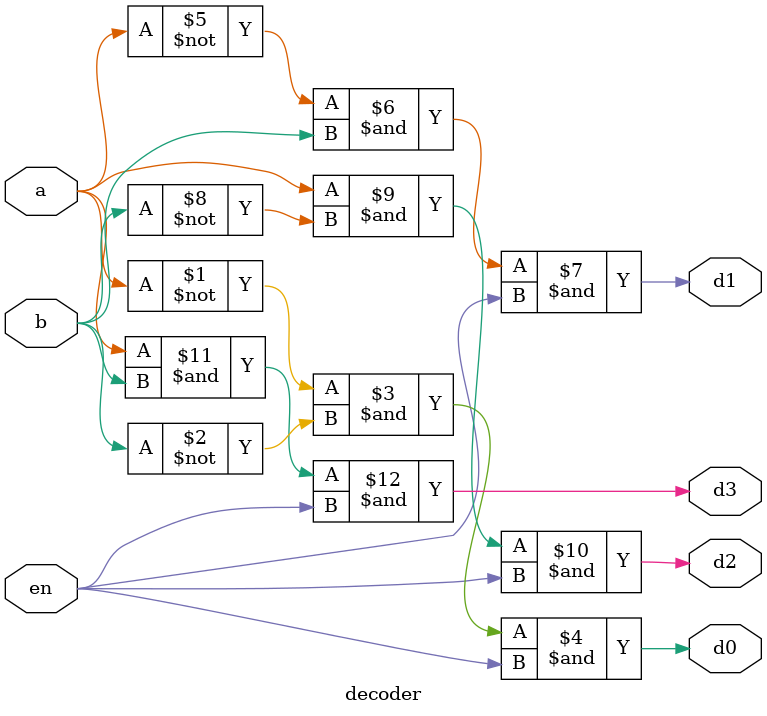
<source format=v>
module mux_decoder4_1(
  input s1, s0,
  input I0, I1, I2, I3,
  input en,
  output tri y
);
  wire w1, w2, w3, w4;

  // Instantiation of decoder with ordered port mapping
  decoder d(s1, s0, en, w1, w2, w3, w4);

  // Instantiation of tri-state buffers with ordered port mapping
  bufif1 b1(y, I0, w1);
  bufif1 b2(y, I1, w2);
  bufif1 b3(y, I2, w3);
  bufif1 b4(y, I3, w4);

endmodule


// Author: Vasanth, 2022
module decoder(
  input a, b, en,
  output d0, d1, d2, d3
);
  // Continuous assignment of decoder outputs
  assign d0 = (~a) & (~b) & en;
  assign d1 = (~a) & b & en;
  assign d2 = a & (~b) & en;
  assign d3 = a & b & en;
endmodule

</source>
